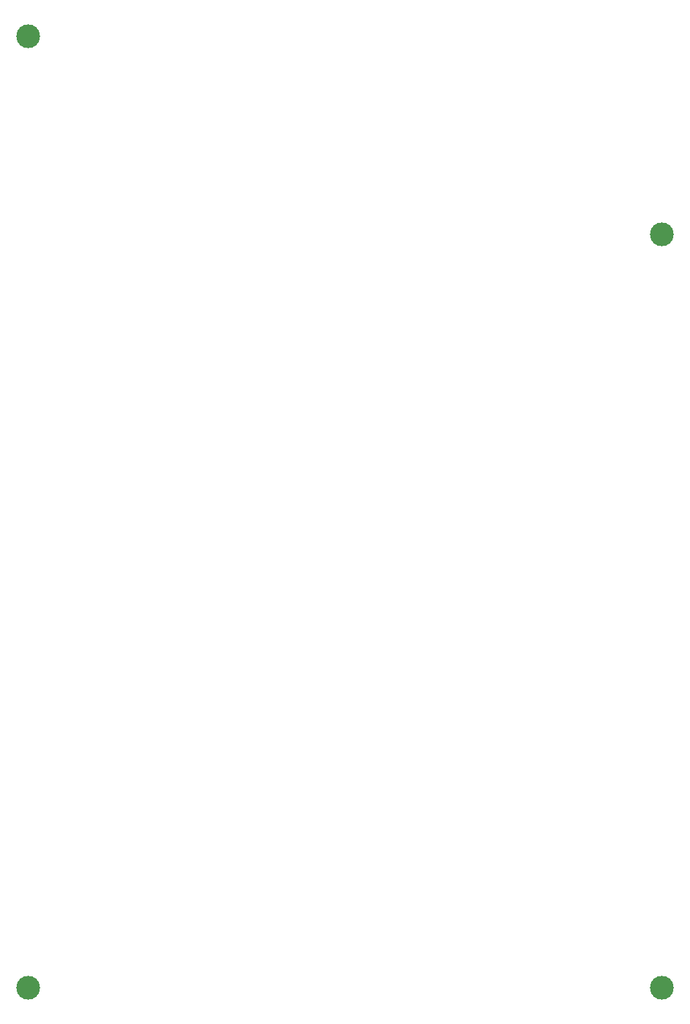
<source format=gbr>
%TF.GenerationSoftware,Altium Limited,Altium Designer,21.2.1 (34)*%
G04 Layer_Color=0*
%FSLAX25Y25*%
%MOIN*%
%TF.SameCoordinates,3D92BD4A-1653-4209-B07E-4AD3ED082CDC*%
%TF.FilePolarity,Positive*%
%TF.FileFunction,NonPlated,1,2,NPTH,Drill*%
%TF.Part,Single*%
G01*
G75*
%TA.AperFunction,OtherDrill,Free Pad (3346.456mil,196.85mil)*%
%ADD142C,0.11811*%
%TA.AperFunction,OtherDrill,Free Pad (3346.456mil,3937.008mil)*%
%ADD143C,0.11811*%
%TA.AperFunction,OtherDrill,Free Pad (196.85mil,4921.26mil)*%
%ADD144C,0.11811*%
%TA.AperFunction,OtherDrill,Free Pad (196.85mil,196.85mil)*%
%ADD145C,0.11811*%
D142*
X334646Y19685D02*
D03*
D143*
Y393701D02*
D03*
D144*
X19685Y492126D02*
D03*
D145*
Y19685D02*
D03*
%TF.MD5,229293be31c68902c165336489a611a6*%
M02*

</source>
